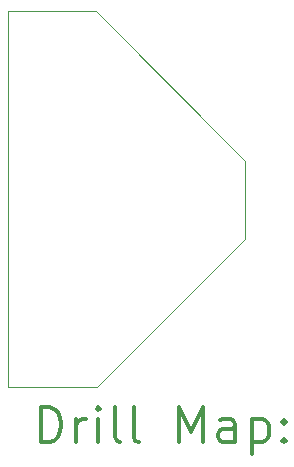
<source format=gbr>
%FSLAX45Y45*%
G04 Gerber Fmt 4.5, Leading zero omitted, Abs format (unit mm)*
G04 Created by KiCad (PCBNEW (5.1.6-0-10_14)) date 2022-05-20 12:21:23*
%MOMM*%
%LPD*%
G01*
G04 APERTURE LIST*
%TA.AperFunction,Profile*%
%ADD10C,0.100000*%
%TD*%
%ADD11C,0.200000*%
%ADD12C,0.300000*%
G04 APERTURE END LIST*
D10*
X8613140Y-7002780D02*
X8613140Y-6342380D01*
X7348220Y-5077460D02*
X8613140Y-6342380D01*
X6604000Y-5077460D02*
X7348220Y-5077460D01*
X6604000Y-8255000D02*
X6604000Y-5077460D01*
X7360920Y-8255000D02*
X6604000Y-8255000D01*
X8613140Y-7002780D02*
X7360920Y-8255000D01*
D11*
D12*
X6885428Y-8725714D02*
X6885428Y-8425714D01*
X6956857Y-8425714D01*
X6999714Y-8440000D01*
X7028286Y-8468572D01*
X7042571Y-8497143D01*
X7056857Y-8554286D01*
X7056857Y-8597143D01*
X7042571Y-8654286D01*
X7028286Y-8682857D01*
X6999714Y-8711429D01*
X6956857Y-8725714D01*
X6885428Y-8725714D01*
X7185428Y-8725714D02*
X7185428Y-8525714D01*
X7185428Y-8582857D02*
X7199714Y-8554286D01*
X7214000Y-8540000D01*
X7242571Y-8525714D01*
X7271143Y-8525714D01*
X7371143Y-8725714D02*
X7371143Y-8525714D01*
X7371143Y-8425714D02*
X7356857Y-8440000D01*
X7371143Y-8454286D01*
X7385428Y-8440000D01*
X7371143Y-8425714D01*
X7371143Y-8454286D01*
X7556857Y-8725714D02*
X7528286Y-8711429D01*
X7514000Y-8682857D01*
X7514000Y-8425714D01*
X7714000Y-8725714D02*
X7685428Y-8711429D01*
X7671143Y-8682857D01*
X7671143Y-8425714D01*
X8056857Y-8725714D02*
X8056857Y-8425714D01*
X8156857Y-8640000D01*
X8256857Y-8425714D01*
X8256857Y-8725714D01*
X8528286Y-8725714D02*
X8528286Y-8568572D01*
X8514000Y-8540000D01*
X8485428Y-8525714D01*
X8428286Y-8525714D01*
X8399714Y-8540000D01*
X8528286Y-8711429D02*
X8499714Y-8725714D01*
X8428286Y-8725714D01*
X8399714Y-8711429D01*
X8385428Y-8682857D01*
X8385428Y-8654286D01*
X8399714Y-8625714D01*
X8428286Y-8611429D01*
X8499714Y-8611429D01*
X8528286Y-8597143D01*
X8671143Y-8525714D02*
X8671143Y-8825714D01*
X8671143Y-8540000D02*
X8699714Y-8525714D01*
X8756857Y-8525714D01*
X8785428Y-8540000D01*
X8799714Y-8554286D01*
X8814000Y-8582857D01*
X8814000Y-8668572D01*
X8799714Y-8697143D01*
X8785428Y-8711429D01*
X8756857Y-8725714D01*
X8699714Y-8725714D01*
X8671143Y-8711429D01*
X8942571Y-8697143D02*
X8956857Y-8711429D01*
X8942571Y-8725714D01*
X8928286Y-8711429D01*
X8942571Y-8697143D01*
X8942571Y-8725714D01*
X8942571Y-8540000D02*
X8956857Y-8554286D01*
X8942571Y-8568572D01*
X8928286Y-8554286D01*
X8942571Y-8540000D01*
X8942571Y-8568572D01*
M02*

</source>
